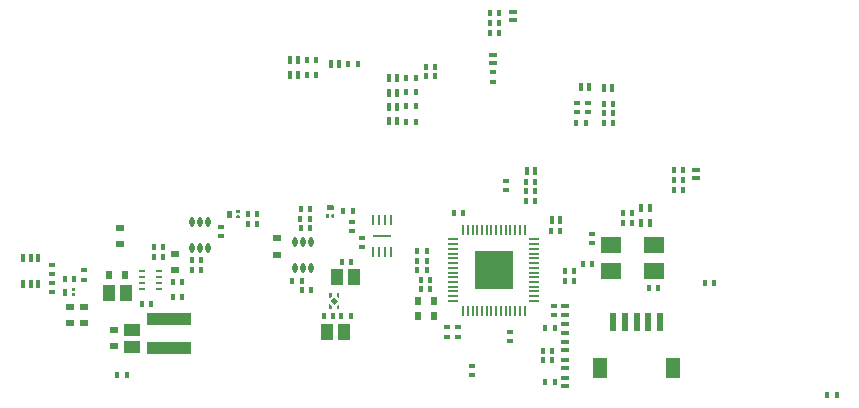
<source format=gbp>
G04*
G04 #@! TF.GenerationSoftware,Altium Limited,Altium Designer,24.2.2 (26)*
G04*
G04 Layer_Color=128*
%FSLAX44Y44*%
%MOMM*%
G71*
G04*
G04 #@! TF.SameCoordinates,2B7E99FB-4F0D-402E-9D71-9E8D4FD60802*
G04*
G04*
G04 #@! TF.FilePolarity,Positive*
G04*
G01*
G75*
%ADD12R,0.4800X0.3800*%
%ADD13R,0.3800X0.4800*%
%ADD18R,0.8000X0.6000*%
%ADD49R,0.8000X0.6300*%
%ADD50R,0.6300X0.8000*%
%ADD51R,1.0500X1.3500*%
%ADD52R,1.3500X1.0500*%
%ADD53R,3.8000X1.0000*%
%ADD59R,3.2000X3.2000*%
%ADD60O,0.8750X0.2000*%
%ADD61O,0.2000X0.8750*%
%ADD62R,1.7000X1.4000*%
%ADD63R,0.6000X1.5500*%
%ADD64R,1.2000X1.8000*%
%ADD65R,0.4000X0.7000*%
%ADD66R,0.7000X0.4000*%
%ADD67R,0.2500X0.9000*%
%ADD68R,1.6000X0.2000*%
%ADD69O,0.4500X0.8000*%
%ADD70R,0.6000X0.2500*%
%ADD71R,0.4500X0.8000*%
G36*
X1091741Y175882D02*
X1092022Y175601D01*
X1092175Y175234D01*
Y175035D01*
Y173035D01*
Y172836D01*
X1092022Y172468D01*
X1091741Y172187D01*
X1091374Y172035D01*
X1086976D01*
X1086608Y172187D01*
X1086327Y172468D01*
X1086175Y172836D01*
Y173035D01*
Y175035D01*
Y175234D01*
X1086327Y175601D01*
X1086608Y175882D01*
X1086976Y176035D01*
X1091374D01*
X1091741Y175882D01*
D02*
G37*
G36*
X1012237Y171772D02*
X1012413Y171596D01*
X1012508Y171366D01*
Y171242D01*
Y169992D01*
Y169867D01*
X1012413Y169638D01*
X1012237Y169462D01*
X1012007Y169367D01*
X1010009D01*
X1009779Y169462D01*
X1009603Y169638D01*
X1009508Y169867D01*
Y169992D01*
Y171242D01*
Y171366D01*
X1009603Y171596D01*
X1009779Y171772D01*
X1010009Y171867D01*
X1012007D01*
X1012237Y171772D01*
D02*
G37*
G36*
X1092404Y168440D02*
X1092580Y168264D01*
X1092675Y168034D01*
Y167910D01*
Y166160D01*
Y166035D01*
X1092580Y165806D01*
X1092404Y165630D01*
X1092174Y165535D01*
X1090675D01*
X1090446Y165630D01*
X1090270Y165806D01*
X1090175Y166035D01*
Y166160D01*
Y167910D01*
Y168034D01*
X1090270Y168264D01*
X1090446Y168440D01*
X1090675Y168535D01*
X1092174D01*
X1092404Y168440D01*
D02*
G37*
G36*
X1087904D02*
X1088080Y168264D01*
X1088175Y168034D01*
Y167910D01*
Y166160D01*
Y166035D01*
X1088080Y165806D01*
X1087904Y165630D01*
X1087674Y165535D01*
X1086175D01*
X1085946Y165630D01*
X1085770Y165806D01*
X1085675Y166035D01*
Y166160D01*
Y167910D01*
Y168034D01*
X1085770Y168264D01*
X1085946Y168440D01*
X1086175Y168535D01*
X1087674D01*
X1087904Y168440D01*
D02*
G37*
G36*
X1005575Y171214D02*
X1005856Y170933D01*
X1006008Y170565D01*
Y170367D01*
Y166367D01*
Y166168D01*
X1005856Y165800D01*
X1005575Y165519D01*
X1005207Y165367D01*
X1002809D01*
X1002442Y165519D01*
X1002160Y165800D01*
X1002008Y166168D01*
Y166367D01*
Y170367D01*
Y170565D01*
X1002160Y170933D01*
X1002442Y171214D01*
X1002809Y171367D01*
X1005207D01*
X1005575Y171214D01*
D02*
G37*
G36*
X1012237Y167271D02*
X1012413Y167096D01*
X1012508Y166866D01*
Y166742D01*
Y165492D01*
Y165367D01*
X1012413Y165138D01*
X1012237Y164962D01*
X1012007Y164867D01*
X1010009D01*
X1009779Y164962D01*
X1009603Y165138D01*
X1009508Y165367D01*
Y165492D01*
Y166742D01*
Y166866D01*
X1009603Y167096D01*
X1009779Y167271D01*
X1010009Y167367D01*
X1012007D01*
X1012237Y167271D01*
D02*
G37*
G36*
X872903Y105838D02*
X873079Y105662D01*
X873174Y105432D01*
Y105308D01*
Y104058D01*
Y103934D01*
X873079Y103704D01*
X872903Y103528D01*
X872673Y103433D01*
X870674D01*
X870445Y103528D01*
X870269Y103704D01*
X870174Y103934D01*
Y104058D01*
Y105308D01*
Y105432D01*
X870269Y105662D01*
X870445Y105838D01*
X870674Y105933D01*
X872673D01*
X872903Y105838D01*
D02*
G37*
G36*
X866240Y105281D02*
X866522Y104999D01*
X866674Y104632D01*
Y104433D01*
Y100433D01*
Y100234D01*
X866522Y99867D01*
X866240Y99585D01*
X865873Y99433D01*
X863475D01*
X863107Y99585D01*
X862826Y99867D01*
X862674Y100234D01*
Y100433D01*
Y104433D01*
Y104632D01*
X862826Y104999D01*
X863107Y105281D01*
X863475Y105433D01*
X865873D01*
X866240Y105281D01*
D02*
G37*
G36*
X872903Y101338D02*
X873079Y101162D01*
X873174Y100932D01*
Y100808D01*
Y99558D01*
Y99434D01*
X873079Y99204D01*
X872903Y99028D01*
X872673Y98933D01*
X870674D01*
X870445Y99028D01*
X870269Y99204D01*
X870174Y99434D01*
Y99558D01*
Y100808D01*
Y100932D01*
X870269Y101162D01*
X870445Y101338D01*
X870674Y101433D01*
X872673D01*
X872903Y101338D01*
D02*
G37*
G36*
X1096880Y97793D02*
X1096287D01*
X1094780Y99300D01*
Y101893D01*
X1096880D01*
Y97793D01*
D02*
G37*
G36*
X1090380Y99300D02*
X1088873Y97793D01*
X1088280D01*
Y101893D01*
X1090380D01*
Y99300D01*
D02*
G37*
G36*
X1095762Y95000D02*
X1092580Y91818D01*
X1089398Y95000D01*
X1092580Y98182D01*
X1095762Y95000D01*
D02*
G37*
G36*
X1096880Y88107D02*
X1094780D01*
Y90700D01*
X1096287Y92207D01*
X1096880D01*
Y88107D01*
D02*
G37*
G36*
X1090380Y90700D02*
Y88107D01*
X1088280D01*
Y92207D01*
X1088873D01*
X1090380Y90700D01*
D02*
G37*
D12*
X997000Y157950D02*
D03*
Y150050D02*
D03*
X1115965Y140595D02*
D03*
Y148495D02*
D03*
X1311000Y144050D02*
D03*
Y151950D02*
D03*
X1187932Y72799D02*
D03*
Y64899D02*
D03*
X1238226Y189001D02*
D03*
Y196901D02*
D03*
X1241000Y68950D02*
D03*
Y61050D02*
D03*
X1196932Y72799D02*
D03*
Y64899D02*
D03*
X1298502Y254866D02*
D03*
Y262766D02*
D03*
X1278614Y83212D02*
D03*
Y91112D02*
D03*
X1227075Y288603D02*
D03*
Y280703D02*
D03*
X881000Y113050D02*
D03*
Y120950D02*
D03*
X853352Y117713D02*
D03*
Y125613D02*
D03*
X853350Y110449D02*
D03*
Y102549D02*
D03*
X1208857Y40253D02*
D03*
Y32353D02*
D03*
X1107886Y154067D02*
D03*
Y161967D02*
D03*
X1307502Y262766D02*
D03*
Y254866D02*
D03*
D13*
X956050Y98000D02*
D03*
X963950D02*
D03*
X1064050Y156503D02*
D03*
X1071950D02*
D03*
X1297552Y245817D02*
D03*
X1305452D02*
D03*
X1224050Y321496D02*
D03*
X1231950D02*
D03*
X1379806Y197502D02*
D03*
X1387706D02*
D03*
X1320552Y245817D02*
D03*
X1328452D02*
D03*
X1255050Y188000D02*
D03*
X1262950D02*
D03*
X937338Y92654D02*
D03*
X929438D02*
D03*
X1170258Y293192D02*
D03*
X1178158D02*
D03*
X1358951Y106172D02*
D03*
X1366851D02*
D03*
X1170950Y121000D02*
D03*
X1163050D02*
D03*
X1201771Y169713D02*
D03*
X1193871D02*
D03*
X1099112Y127630D02*
D03*
X1107012D02*
D03*
X1288050Y120000D02*
D03*
X1295950D02*
D03*
X1170950Y129000D02*
D03*
X1163050D02*
D03*
X1288050Y112000D02*
D03*
X1295950D02*
D03*
X1170950Y137000D02*
D03*
X1163050D02*
D03*
X979934Y121593D02*
D03*
X972034D02*
D03*
X1077280Y286605D02*
D03*
X1069380D02*
D03*
X1255052Y195900D02*
D03*
X1262952D02*
D03*
X1320552Y261816D02*
D03*
X1328452D02*
D03*
X1224050Y338881D02*
D03*
X1231950D02*
D03*
X1379806Y205502D02*
D03*
X1387706D02*
D03*
X1279218Y26319D02*
D03*
X1271318D02*
D03*
X1277220Y45002D02*
D03*
X1269320D02*
D03*
X1277220Y53000D02*
D03*
X1269320D02*
D03*
X1279220Y71835D02*
D03*
X1271320D02*
D03*
X1344573Y161108D02*
D03*
X1336673D02*
D03*
X1344573Y169109D02*
D03*
X1336673D02*
D03*
X1283950Y154000D02*
D03*
X1276050D02*
D03*
X1069380Y298788D02*
D03*
X1077280D02*
D03*
X1104477Y295610D02*
D03*
X1112377D02*
D03*
X1153550Y283622D02*
D03*
X1161450D02*
D03*
X1153550Y271523D02*
D03*
X1161450D02*
D03*
X1153550Y259645D02*
D03*
X1161450D02*
D03*
X1153550Y246888D02*
D03*
X1161450D02*
D03*
X864547Y114011D02*
D03*
X872447D02*
D03*
X1406050Y110000D02*
D03*
X1413950D02*
D03*
X979962Y129644D02*
D03*
X972062D02*
D03*
X1019520Y159785D02*
D03*
X1027420D02*
D03*
X940050Y132000D02*
D03*
X947950D02*
D03*
X1027415Y168803D02*
D03*
X1019516D02*
D03*
X940050Y141000D02*
D03*
X947950D02*
D03*
X963950Y111000D02*
D03*
X956050D02*
D03*
X1057050Y112000D02*
D03*
X1064950D02*
D03*
X1064019Y172838D02*
D03*
X1071919D02*
D03*
X1063987Y164646D02*
D03*
X1071887D02*
D03*
X1065319Y103986D02*
D03*
X1073219D02*
D03*
X1106552Y81946D02*
D03*
X1098652D02*
D03*
X1091530Y82000D02*
D03*
X1083630D02*
D03*
X1510050Y15000D02*
D03*
X1517950D02*
D03*
X916745Y31942D02*
D03*
X908845D02*
D03*
X1100249Y170879D02*
D03*
X1108149D02*
D03*
X1303264Y126008D02*
D03*
X1311164D02*
D03*
X1231950Y330250D02*
D03*
X1224050D02*
D03*
X1387766Y189202D02*
D03*
X1379866D02*
D03*
X1328452Y253816D02*
D03*
X1320552D02*
D03*
X1255050Y180000D02*
D03*
X1262950D02*
D03*
X1178121Y285105D02*
D03*
X1170221D02*
D03*
X1166074Y112907D02*
D03*
X1173974D02*
D03*
X1166106Y104848D02*
D03*
X1174007D02*
D03*
D18*
X1044000Y134000D02*
D03*
Y148000D02*
D03*
X911000Y143000D02*
D03*
Y157000D02*
D03*
D49*
X880417Y89750D02*
D03*
Y76250D02*
D03*
X869000Y89750D02*
D03*
Y76250D02*
D03*
X958143Y121250D02*
D03*
Y134750D02*
D03*
X906000Y57250D02*
D03*
Y70750D02*
D03*
D50*
X915750Y117000D02*
D03*
X902250D02*
D03*
X1176921Y82634D02*
D03*
X1163421D02*
D03*
X1176887Y94771D02*
D03*
X1163387D02*
D03*
D51*
X916000Y102000D02*
D03*
X901500D02*
D03*
X1094750Y115000D02*
D03*
X1109250D02*
D03*
X1086595Y68664D02*
D03*
X1101095D02*
D03*
D52*
X921000Y55750D02*
D03*
Y70250D02*
D03*
D53*
X952527Y54791D02*
D03*
Y79791D02*
D03*
D59*
X1227670Y121080D02*
D03*
D60*
X1193295Y147080D02*
D03*
Y143080D02*
D03*
Y139080D02*
D03*
Y135080D02*
D03*
Y131080D02*
D03*
Y127080D02*
D03*
Y123080D02*
D03*
Y119080D02*
D03*
Y115080D02*
D03*
Y111080D02*
D03*
Y107080D02*
D03*
Y103080D02*
D03*
Y99080D02*
D03*
Y95080D02*
D03*
X1262045D02*
D03*
Y99080D02*
D03*
Y103080D02*
D03*
Y107080D02*
D03*
Y111080D02*
D03*
Y115080D02*
D03*
Y119080D02*
D03*
Y123080D02*
D03*
Y127080D02*
D03*
Y131080D02*
D03*
Y135080D02*
D03*
Y139080D02*
D03*
Y143080D02*
D03*
Y147080D02*
D03*
D61*
X1201670Y86705D02*
D03*
X1205670D02*
D03*
X1209670D02*
D03*
X1213670D02*
D03*
X1217670D02*
D03*
X1221670D02*
D03*
X1225670D02*
D03*
X1229670D02*
D03*
X1233670D02*
D03*
X1237670D02*
D03*
X1241670D02*
D03*
X1245670D02*
D03*
X1249670D02*
D03*
X1253670D02*
D03*
Y155455D02*
D03*
X1249670D02*
D03*
X1245670D02*
D03*
X1241670D02*
D03*
X1237670D02*
D03*
X1233670D02*
D03*
X1229670D02*
D03*
X1225670D02*
D03*
X1221670D02*
D03*
X1217670D02*
D03*
X1213670D02*
D03*
X1209670D02*
D03*
X1205670D02*
D03*
X1201670D02*
D03*
D62*
X1363500Y120000D02*
D03*
Y142000D02*
D03*
X1326500Y120000D02*
D03*
Y142000D02*
D03*
D63*
X1328476Y77348D02*
D03*
X1368476D02*
D03*
X1358476D02*
D03*
X1348476D02*
D03*
X1338476D02*
D03*
D64*
X1378976Y38598D02*
D03*
X1317976D02*
D03*
D65*
X1061830Y286594D02*
D03*
X1054830D02*
D03*
X1262403Y205414D02*
D03*
X1255403D02*
D03*
X1328002Y275423D02*
D03*
X1321002D02*
D03*
X1301500Y275750D02*
D03*
X1308500D02*
D03*
X1352591Y161365D02*
D03*
X1359591D02*
D03*
X1352591Y173301D02*
D03*
X1359591D02*
D03*
X1283519Y163818D02*
D03*
X1276519D02*
D03*
X1061830Y298783D02*
D03*
X1054830D02*
D03*
X1096927Y295982D02*
D03*
X1089927D02*
D03*
X1146000Y283696D02*
D03*
X1139000D02*
D03*
X1146000Y271483D02*
D03*
X1139000D02*
D03*
X1146000Y259370D02*
D03*
X1139000D02*
D03*
X1146000Y247316D02*
D03*
X1139000D02*
D03*
D66*
X1243547Y339560D02*
D03*
Y332560D02*
D03*
X1398756Y206002D02*
D03*
Y199002D02*
D03*
X1288268Y22819D02*
D03*
Y29819D02*
D03*
X1288270Y44946D02*
D03*
Y37946D02*
D03*
Y53094D02*
D03*
Y60094D02*
D03*
X1288224Y75226D02*
D03*
Y68226D02*
D03*
X1288257Y83513D02*
D03*
Y90513D02*
D03*
X1227041Y296149D02*
D03*
Y303149D02*
D03*
D67*
X1125500Y163950D02*
D03*
X1130500D02*
D03*
X1135500D02*
D03*
X1140500D02*
D03*
X1125500Y136050D02*
D03*
X1130500D02*
D03*
X1135500D02*
D03*
X1140500D02*
D03*
D68*
X1133000Y150000D02*
D03*
D69*
X1072500Y123000D02*
D03*
X1066000D02*
D03*
X1059500D02*
D03*
X1072500Y145000D02*
D03*
X1066000D02*
D03*
X1059500D02*
D03*
X985500Y140000D02*
D03*
X979000D02*
D03*
X972500D02*
D03*
X985500Y162000D02*
D03*
X979000D02*
D03*
X972500D02*
D03*
D70*
X944000Y120500D02*
D03*
Y115500D02*
D03*
Y110500D02*
D03*
Y105500D02*
D03*
X930000Y120500D02*
D03*
Y115500D02*
D03*
Y110500D02*
D03*
Y105500D02*
D03*
D71*
X829147Y131084D02*
D03*
X835647D02*
D03*
X842147D02*
D03*
X829147Y109084D02*
D03*
X835647D02*
D03*
X842147D02*
D03*
M02*

</source>
